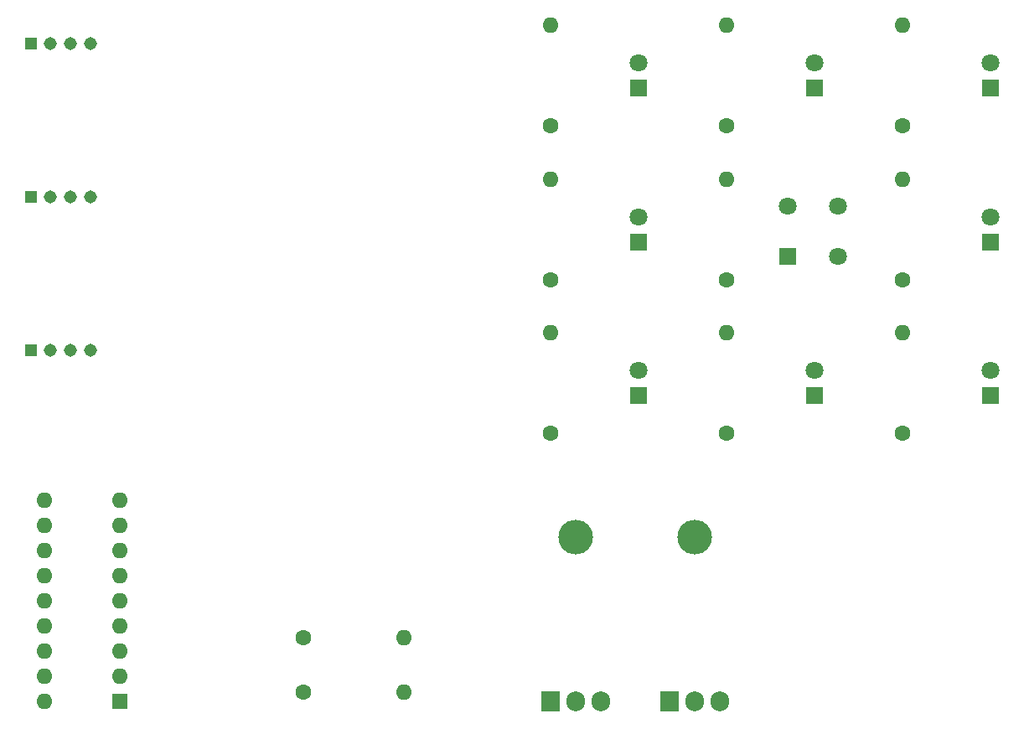
<source format=gbr>
%TF.GenerationSoftware,KiCad,Pcbnew,(5.1.10)-1*%
%TF.CreationDate,2022-06-09T01:25:03+10:00*%
%TF.ProjectId,beehive,62656568-6976-4652-9e6b-696361645f70,rev?*%
%TF.SameCoordinates,Original*%
%TF.FileFunction,Soldermask,Bot*%
%TF.FilePolarity,Negative*%
%FSLAX46Y46*%
G04 Gerber Fmt 4.6, Leading zero omitted, Abs format (unit mm)*
G04 Created by KiCad (PCBNEW (5.1.10)-1) date 2022-06-09 01:25:03*
%MOMM*%
%LPD*%
G01*
G04 APERTURE LIST*
%ADD10C,1.308000*%
%ADD11R,1.308000X1.308000*%
%ADD12O,1.600000X1.600000*%
%ADD13C,1.600000*%
%ADD14C,1.800000*%
%ADD15R,1.800000X1.800000*%
%ADD16O,3.500000X3.500000*%
%ADD17R,1.905000X2.000000*%
%ADD18O,1.905000X2.000000*%
%ADD19R,1.600000X1.600000*%
G04 APERTURE END LIST*
D10*
%TO.C,J3*%
X111000000Y-66500000D03*
X109000000Y-66500000D03*
X107000000Y-66500000D03*
D11*
X105000000Y-66500000D03*
%TD*%
D10*
%TO.C,J2*%
X111000000Y-82000000D03*
X109000000Y-82000000D03*
X107000000Y-82000000D03*
D11*
X105000000Y-82000000D03*
%TD*%
D10*
%TO.C,J1*%
X111000000Y-97500000D03*
X109000000Y-97500000D03*
X107000000Y-97500000D03*
D11*
X105000000Y-97500000D03*
%TD*%
D12*
%TO.C,R10*%
X142660000Y-126500000D03*
D13*
X132500000Y-126500000D03*
%TD*%
D12*
%TO.C,R9*%
X142660000Y-132000000D03*
D13*
X132500000Y-132000000D03*
%TD*%
D12*
%TO.C,R8*%
X193100000Y-80180000D03*
D13*
X193100000Y-90340000D03*
%TD*%
D12*
%TO.C,R7*%
X193100000Y-64670000D03*
D13*
X193100000Y-74830000D03*
%TD*%
D12*
%TO.C,R6*%
X175320000Y-64670000D03*
D13*
X175320000Y-74830000D03*
%TD*%
D12*
%TO.C,R5*%
X157540000Y-64670000D03*
D13*
X157540000Y-74830000D03*
%TD*%
D12*
%TO.C,R4*%
X157540000Y-80180000D03*
D13*
X157540000Y-90340000D03*
%TD*%
D12*
%TO.C,R3*%
X157540000Y-95690000D03*
D13*
X157540000Y-105850000D03*
%TD*%
D12*
%TO.C,R2*%
X175320000Y-95690000D03*
D13*
X175320000Y-105850000D03*
%TD*%
D14*
%TO.C,D8*%
X201990000Y-83990000D03*
D15*
X201990000Y-86530000D03*
%TD*%
D14*
%TO.C,D7*%
X201990000Y-68480000D03*
D15*
X201990000Y-71020000D03*
%TD*%
D14*
%TO.C,D6*%
X184210000Y-68480000D03*
D15*
X184210000Y-71020000D03*
%TD*%
D14*
%TO.C,D5*%
X166430000Y-68480000D03*
D15*
X166430000Y-71020000D03*
%TD*%
D14*
%TO.C,D4*%
X166430000Y-83990000D03*
D15*
X166430000Y-86530000D03*
%TD*%
D14*
%TO.C,D3*%
X166430000Y-99500000D03*
D15*
X166430000Y-102040000D03*
%TD*%
D14*
%TO.C,D2*%
X184210000Y-99500000D03*
D15*
X184210000Y-102040000D03*
%TD*%
D16*
%TO.C,Q1*%
X160040000Y-116340000D03*
D17*
X157500000Y-133000000D03*
D18*
X160040000Y-133000000D03*
X162580000Y-133000000D03*
%TD*%
D16*
%TO.C,Q0*%
X172040000Y-116340000D03*
D17*
X169500000Y-133000000D03*
D18*
X172040000Y-133000000D03*
X174580000Y-133000000D03*
%TD*%
D12*
%TO.C,R0*%
X175320000Y-80180000D03*
D13*
X175320000Y-90340000D03*
%TD*%
D14*
%TO.C,D0*%
X186580000Y-82920000D03*
X186580000Y-88000000D03*
X181500000Y-82920000D03*
D15*
X181500000Y-88000000D03*
%TD*%
D14*
%TO.C,D1*%
X201990000Y-99500000D03*
D15*
X201990000Y-102040000D03*
%TD*%
D12*
%TO.C,U1*%
X106380000Y-133000000D03*
X114000000Y-112680000D03*
X106380000Y-130460000D03*
X114000000Y-115220000D03*
X106380000Y-127920000D03*
X114000000Y-117760000D03*
X106380000Y-125380000D03*
X114000000Y-120300000D03*
X106380000Y-122840000D03*
X114000000Y-122840000D03*
X106380000Y-120300000D03*
X114000000Y-125380000D03*
X106380000Y-117760000D03*
X114000000Y-127920000D03*
X106380000Y-115220000D03*
X114000000Y-130460000D03*
X106380000Y-112680000D03*
D19*
X114000000Y-133000000D03*
%TD*%
D12*
%TO.C,R1*%
X193100000Y-95690000D03*
D13*
X193100000Y-105850000D03*
%TD*%
M02*

</source>
